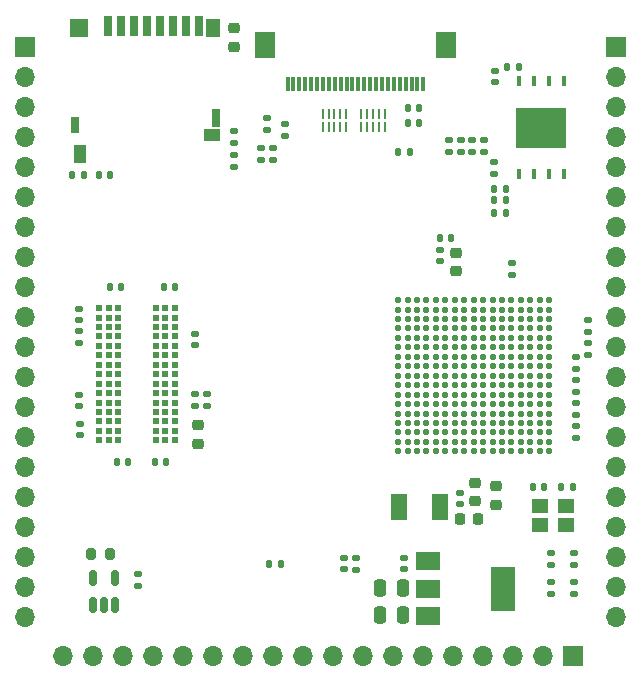
<source format=gbr>
%TF.GenerationSoftware,KiCad,Pcbnew,(7.0.0)*%
%TF.CreationDate,2023-03-20T12:13:36+05:30*%
%TF.ProjectId,IMRT1160_DB,494d5254-3131-4363-905f-44422e6b6963,rev?*%
%TF.SameCoordinates,Original*%
%TF.FileFunction,Soldermask,Top*%
%TF.FilePolarity,Negative*%
%FSLAX46Y46*%
G04 Gerber Fmt 4.6, Leading zero omitted, Abs format (unit mm)*
G04 Created by KiCad (PCBNEW (7.0.0)) date 2023-03-20 12:13:36*
%MOMM*%
%LPD*%
G01*
G04 APERTURE LIST*
G04 Aperture macros list*
%AMRoundRect*
0 Rectangle with rounded corners*
0 $1 Rounding radius*
0 $2 $3 $4 $5 $6 $7 $8 $9 X,Y pos of 4 corners*
0 Add a 4 corners polygon primitive as box body*
4,1,4,$2,$3,$4,$5,$6,$7,$8,$9,$2,$3,0*
0 Add four circle primitives for the rounded corners*
1,1,$1+$1,$2,$3*
1,1,$1+$1,$4,$5*
1,1,$1+$1,$6,$7*
1,1,$1+$1,$8,$9*
0 Add four rect primitives between the rounded corners*
20,1,$1+$1,$2,$3,$4,$5,0*
20,1,$1+$1,$4,$5,$6,$7,0*
20,1,$1+$1,$6,$7,$8,$9,0*
20,1,$1+$1,$8,$9,$2,$3,0*%
G04 Aperture macros list end*
%ADD10RoundRect,0.250000X0.250000X0.475000X-0.250000X0.475000X-0.250000X-0.475000X0.250000X-0.475000X0*%
%ADD11R,1.700000X1.700000*%
%ADD12O,1.700000X1.700000*%
%ADD13RoundRect,0.140000X0.140000X0.170000X-0.140000X0.170000X-0.140000X-0.170000X0.140000X-0.170000X0*%
%ADD14RoundRect,0.135000X0.185000X-0.135000X0.185000X0.135000X-0.185000X0.135000X-0.185000X-0.135000X0*%
%ADD15RoundRect,0.140000X-0.140000X-0.170000X0.140000X-0.170000X0.140000X0.170000X-0.140000X0.170000X0*%
%ADD16RoundRect,0.140000X0.170000X-0.140000X0.170000X0.140000X-0.170000X0.140000X-0.170000X-0.140000X0*%
%ADD17RoundRect,0.135000X0.135000X0.185000X-0.135000X0.185000X-0.135000X-0.185000X0.135000X-0.185000X0*%
%ADD18RoundRect,0.140000X-0.170000X0.140000X-0.170000X-0.140000X0.170000X-0.140000X0.170000X0.140000X0*%
%ADD19RoundRect,0.135000X-0.185000X0.135000X-0.185000X-0.135000X0.185000X-0.135000X0.185000X0.135000X0*%
%ADD20R,1.400000X1.200000*%
%ADD21C,0.606400*%
%ADD22RoundRect,0.135000X-0.135000X-0.185000X0.135000X-0.185000X0.135000X0.185000X-0.135000X0.185000X0*%
%ADD23RoundRect,0.225000X0.250000X-0.225000X0.250000X0.225000X-0.250000X0.225000X-0.250000X-0.225000X0*%
%ADD24RoundRect,0.150000X0.150000X-0.512500X0.150000X0.512500X-0.150000X0.512500X-0.150000X-0.512500X0*%
%ADD25R,0.250000X0.950000*%
%ADD26RoundRect,0.225000X0.225000X0.250000X-0.225000X0.250000X-0.225000X-0.250000X0.225000X-0.250000X0*%
%ADD27RoundRect,0.225000X-0.250000X0.225000X-0.250000X-0.225000X0.250000X-0.225000X0.250000X0.225000X0*%
%ADD28R,0.300000X1.300000*%
%ADD29R,1.800000X2.200000*%
%ADD30R,0.700000X1.750000*%
%ADD31R,1.000000X1.550000*%
%ADD32R,1.450000X1.000000*%
%ADD33R,1.500000X1.500000*%
%ADD34R,1.300000X1.500000*%
%ADD35R,0.800000X1.400000*%
%ADD36R,0.800000X1.500000*%
%ADD37RoundRect,0.200000X-0.200000X-0.275000X0.200000X-0.275000X0.200000X0.275000X-0.200000X0.275000X0*%
%ADD38R,2.000000X1.500000*%
%ADD39R,2.000000X3.800000*%
%ADD40C,0.590000*%
%ADD41R,0.431800X0.863600*%
%ADD42R,4.343400X3.454400*%
%ADD43R,1.437399X2.311400*%
G04 APERTURE END LIST*
D10*
%TO.C,C71*%
X146612500Y-122502500D03*
X144712500Y-122502500D03*
%TD*%
D11*
%TO.C,J5*%
X164624999Y-76679999D03*
D12*
X164624999Y-79219999D03*
X164624999Y-81759999D03*
X164624999Y-84299999D03*
X164624999Y-86839999D03*
X164624999Y-89379999D03*
X164624999Y-91919999D03*
X164624999Y-94459999D03*
X164624999Y-96999999D03*
X164624999Y-99539999D03*
X164624999Y-102079999D03*
X164624999Y-104619999D03*
X164624999Y-107159999D03*
X164624999Y-109699999D03*
X164624999Y-112239999D03*
X164624999Y-114779999D03*
X164624999Y-117319999D03*
X164624999Y-119859999D03*
X164624999Y-122399999D03*
X164624999Y-124939999D03*
%TD*%
D13*
%TO.C,C63*%
X126565000Y-111820000D03*
X125605000Y-111820000D03*
%TD*%
D14*
%TO.C,R25*%
X124200000Y-122335000D03*
X124200000Y-121315000D03*
%TD*%
D10*
%TO.C,C70*%
X146612500Y-124762500D03*
X144712500Y-124762500D03*
%TD*%
D13*
%TO.C,C52*%
X119580000Y-87575000D03*
X118620000Y-87575000D03*
%TD*%
D15*
%TO.C,C11*%
X149770000Y-92900000D03*
X150730000Y-92900000D03*
%TD*%
D14*
%TO.C,R9*%
X159175000Y-120560000D03*
X159175000Y-119540000D03*
%TD*%
D11*
%TO.C,J4*%
X114649999Y-76674999D03*
D12*
X114649999Y-79214999D03*
X114649999Y-81754999D03*
X114649999Y-84294999D03*
X114649999Y-86834999D03*
X114649999Y-89374999D03*
X114649999Y-91914999D03*
X114649999Y-94454999D03*
X114649999Y-96994999D03*
X114649999Y-99534999D03*
X114649999Y-102074999D03*
X114649999Y-104614999D03*
X114649999Y-107154999D03*
X114649999Y-109694999D03*
X114649999Y-112234999D03*
X114649999Y-114774999D03*
X114649999Y-117314999D03*
X114649999Y-119854999D03*
X114649999Y-122394999D03*
X114649999Y-124934999D03*
%TD*%
D16*
%TO.C,C67*%
X129035000Y-101950000D03*
X129035000Y-100990000D03*
%TD*%
D14*
%TO.C,R10*%
X159175000Y-123010000D03*
X159175000Y-121990000D03*
%TD*%
D17*
%TO.C,R15*%
X155350000Y-88700000D03*
X154330000Y-88700000D03*
%TD*%
D18*
%TO.C,C51*%
X151425000Y-114445000D03*
X151425000Y-115405000D03*
%TD*%
%TO.C,C46*%
X161300000Y-106870000D03*
X161300000Y-107830000D03*
%TD*%
D19*
%TO.C,R19*%
X150500000Y-84580000D03*
X150500000Y-85600000D03*
%TD*%
D17*
%TO.C,R17*%
X155360000Y-90750000D03*
X154340000Y-90750000D03*
%TD*%
D20*
%TO.C,Y1*%
X160424999Y-115574999D03*
X158224999Y-115574999D03*
X158224999Y-117174999D03*
X160424999Y-117174999D03*
%TD*%
D19*
%TO.C,R18*%
X162300000Y-101740000D03*
X162300000Y-102760000D03*
%TD*%
D16*
%TO.C,C59*%
X129035000Y-107070000D03*
X129035000Y-106110000D03*
%TD*%
D21*
%TO.C,U3*%
X127310000Y-110019999D03*
X126510000Y-110019999D03*
X125710000Y-110019999D03*
X122510000Y-110019999D03*
X121710000Y-110019999D03*
X120910000Y-110019999D03*
X127310000Y-109219999D03*
X126510000Y-109219999D03*
X125710000Y-109219999D03*
X122510000Y-109219999D03*
X121710000Y-109219999D03*
X120910000Y-109219999D03*
X127310000Y-108420000D03*
X126510000Y-108420000D03*
X125710000Y-108420000D03*
X122510000Y-108420000D03*
X121710000Y-108420000D03*
X120910000Y-108420000D03*
X127310000Y-107620000D03*
X126510000Y-107620000D03*
X125710000Y-107620000D03*
X122510000Y-107620000D03*
X121710000Y-107620000D03*
X120910000Y-107620000D03*
X127310000Y-106820000D03*
X126510000Y-106820000D03*
X125710000Y-106820000D03*
X122510000Y-106820000D03*
X121710000Y-106820000D03*
X120910000Y-106820000D03*
X127310000Y-106020000D03*
X126510000Y-106020000D03*
X125710000Y-106020000D03*
X122510000Y-106020000D03*
X121710000Y-106020000D03*
X120910000Y-106020000D03*
X127310000Y-105220000D03*
X126510000Y-105220000D03*
X125710000Y-105220000D03*
X122510000Y-105220000D03*
X121710000Y-105220000D03*
X120910000Y-105220000D03*
X127310000Y-104420000D03*
X126510000Y-104420000D03*
X125710000Y-104420000D03*
X122510000Y-104420000D03*
X121710000Y-104420000D03*
X120910000Y-104420000D03*
X127310000Y-103620000D03*
X126510000Y-103620000D03*
X125710000Y-103620000D03*
X122510000Y-103620000D03*
X121710000Y-103620000D03*
X120910000Y-103620000D03*
X127310000Y-102820000D03*
X126510000Y-102820000D03*
X125710000Y-102820000D03*
X122510000Y-102820000D03*
X121710000Y-102820000D03*
X120910000Y-102820000D03*
X127310000Y-102020000D03*
X126510000Y-102020000D03*
X125710000Y-102020000D03*
X122510000Y-102020000D03*
X121710000Y-102020000D03*
X120910000Y-102020000D03*
X127310000Y-101220000D03*
X126510000Y-101220000D03*
X125710000Y-101220000D03*
X122510000Y-101220000D03*
X121710000Y-101220000D03*
X120910000Y-101220000D03*
X127310000Y-100420000D03*
X126510000Y-100420000D03*
X125710000Y-100420000D03*
X122510000Y-100420000D03*
X121710000Y-100420000D03*
X120910000Y-100420000D03*
X127310000Y-99620001D03*
X126510000Y-99620001D03*
X125710000Y-99620001D03*
X122510000Y-99620001D03*
X121710000Y-99620001D03*
X120910000Y-99620001D03*
X127310000Y-98820001D03*
X126510000Y-98820001D03*
X125710000Y-98820001D03*
X122510000Y-98820001D03*
X121710000Y-98820001D03*
X120910000Y-98820001D03*
%TD*%
D13*
%TO.C,C73*%
X147975000Y-83125000D03*
X147015000Y-83125000D03*
%TD*%
%TO.C,C65*%
X127340000Y-97045000D03*
X126380000Y-97045000D03*
%TD*%
%TO.C,C64*%
X122765000Y-97070000D03*
X121805000Y-97070000D03*
%TD*%
D17*
%TO.C,R27*%
X147185000Y-85575000D03*
X146165000Y-85575000D03*
%TD*%
D18*
%TO.C,C60*%
X119210000Y-100790000D03*
X119210000Y-101750000D03*
%TD*%
D14*
%TO.C,R4*%
X134582000Y-86310000D03*
X134582000Y-85290000D03*
%TD*%
D22*
%TO.C,R26*%
X135265000Y-120450000D03*
X136285000Y-120450000D03*
%TD*%
D13*
%TO.C,C39*%
X158605000Y-114000000D03*
X157645000Y-114000000D03*
%TD*%
D23*
%TO.C,C1*%
X151075000Y-95700000D03*
X151075000Y-94150000D03*
%TD*%
D19*
%TO.C,FB1*%
X161300000Y-104940000D03*
X161300000Y-105960000D03*
%TD*%
D24*
%TO.C,U5*%
X120350000Y-123975000D03*
X121300000Y-123975000D03*
X122250000Y-123975000D03*
X122250000Y-121700000D03*
X120350000Y-121700000D03*
%TD*%
D14*
%TO.C,R7*%
X132340000Y-86850000D03*
X132340000Y-85830000D03*
%TD*%
D19*
%TO.C,R1*%
X142650000Y-119965000D03*
X142650000Y-120985000D03*
%TD*%
D13*
%TO.C,C38*%
X160980000Y-113975000D03*
X160020000Y-113975000D03*
%TD*%
D19*
%TO.C,FB2*%
X161300000Y-102990000D03*
X161300000Y-104010000D03*
%TD*%
D14*
%TO.C,R11*%
X161100000Y-120560000D03*
X161100000Y-119540000D03*
%TD*%
D19*
%TO.C,R22*%
X155850000Y-94990000D03*
X155850000Y-96010000D03*
%TD*%
D25*
%TO.C,IC2*%
X143099999Y-83449999D03*
X143599999Y-83449999D03*
X144099999Y-83449999D03*
X144599999Y-83449999D03*
X145099999Y-83449999D03*
X145099999Y-82349999D03*
X144599999Y-82349999D03*
X144099999Y-82349999D03*
X143599999Y-82349999D03*
X143099999Y-82349999D03*
%TD*%
D16*
%TO.C,C68*%
X130035000Y-107070000D03*
X130035000Y-106110000D03*
%TD*%
D26*
%TO.C,C47*%
X152975000Y-116650000D03*
X151425000Y-116650000D03*
%TD*%
D16*
%TO.C,C55*%
X154450000Y-79705000D03*
X154450000Y-78745000D03*
%TD*%
D23*
%TO.C,C56*%
X132350000Y-76675000D03*
X132350000Y-75125000D03*
%TD*%
D19*
%TO.C,R21*%
X152500000Y-84590000D03*
X152500000Y-85610000D03*
%TD*%
D27*
%TO.C,C50*%
X154525000Y-113900000D03*
X154525000Y-115450000D03*
%TD*%
D28*
%TO.C,J1*%
X148349999Y-79824999D03*
X147849999Y-79824999D03*
X147349999Y-79824999D03*
X146849999Y-79824999D03*
X146349999Y-79824999D03*
X145849999Y-79824999D03*
X145349999Y-79824999D03*
X144849999Y-79824999D03*
X144349999Y-79824999D03*
X143849999Y-79824999D03*
X143349999Y-79824999D03*
X142849999Y-79824999D03*
X142349999Y-79824999D03*
X141849999Y-79824999D03*
X141349999Y-79824999D03*
X140849999Y-79824999D03*
X140349999Y-79824999D03*
X139849999Y-79824999D03*
X139349999Y-79824999D03*
X138849999Y-79824999D03*
X138349999Y-79824999D03*
X137849999Y-79824999D03*
X137349999Y-79824999D03*
X136849999Y-79824999D03*
D29*
X134949999Y-76574999D03*
X150249999Y-76574999D03*
%TD*%
D13*
%TO.C,C74*%
X147975000Y-81850000D03*
X147015000Y-81850000D03*
%TD*%
D16*
%TO.C,C66*%
X119210000Y-99850000D03*
X119210000Y-98890000D03*
%TD*%
D19*
%TO.C,R3*%
X154375000Y-86415000D03*
X154375000Y-87435000D03*
%TD*%
D30*
%TO.C,J2*%
X121649999Y-74962499D03*
X122749999Y-74962499D03*
X123849999Y-74962499D03*
X124949999Y-74962499D03*
X126049999Y-74962499D03*
X127149999Y-74962499D03*
X128249999Y-74962499D03*
X129349999Y-74962499D03*
D31*
X119274999Y-85762499D03*
D32*
X130474999Y-84187499D03*
D33*
X119199999Y-75087499D03*
D34*
X130549999Y-75087499D03*
D35*
X118874999Y-83337499D03*
D36*
X130799999Y-82687499D03*
%TD*%
D18*
%TO.C,C7*%
X141600000Y-119970000D03*
X141600000Y-120930000D03*
%TD*%
D19*
%TO.C,R6*%
X132350000Y-83845000D03*
X132350000Y-84865000D03*
%TD*%
D37*
%TO.C,R28*%
X120200000Y-119675000D03*
X121850000Y-119675000D03*
%TD*%
D27*
%TO.C,C49*%
X152725000Y-113600000D03*
X152725000Y-115150000D03*
%TD*%
D11*
%TO.C,J3*%
X161024999Y-128249999D03*
D12*
X158484999Y-128249999D03*
X155944999Y-128249999D03*
X153404999Y-128249999D03*
X150864999Y-128249999D03*
X148324999Y-128249999D03*
X145784999Y-128249999D03*
X143244999Y-128249999D03*
X140704999Y-128249999D03*
X138164999Y-128249999D03*
X135624999Y-128249999D03*
X133084999Y-128249999D03*
X130544999Y-128249999D03*
X128004999Y-128249999D03*
X125464999Y-128249999D03*
X122924999Y-128249999D03*
X120384999Y-128249999D03*
X117844999Y-128249999D03*
%TD*%
D18*
%TO.C,C61*%
X119210000Y-106190000D03*
X119210000Y-107150000D03*
%TD*%
D38*
%TO.C,U4*%
X148772499Y-120262499D03*
X148772499Y-122562499D03*
D39*
X155072499Y-122562499D03*
D38*
X148772499Y-124862499D03*
%TD*%
D14*
%TO.C,R8*%
X135125000Y-83760000D03*
X135125000Y-82740000D03*
%TD*%
D23*
%TO.C,C58*%
X129310000Y-110295000D03*
X129310000Y-108745000D03*
%TD*%
D40*
%TO.C,U1*%
X146210000Y-98145000D03*
X147010000Y-98145000D03*
X147810000Y-98145000D03*
X148610000Y-98145000D03*
X149410000Y-98145000D03*
X150210000Y-98145000D03*
X151010000Y-98145000D03*
X151810000Y-98145000D03*
X152610000Y-98145000D03*
X153410000Y-98145000D03*
X154210000Y-98145000D03*
X155010000Y-98145000D03*
X155810000Y-98145000D03*
X156610000Y-98145000D03*
X157410000Y-98145000D03*
X158210000Y-98145000D03*
X159010000Y-98145000D03*
X146210000Y-98945000D03*
X147010000Y-98945000D03*
X147810000Y-98945000D03*
X148610000Y-98945000D03*
X149410000Y-98945000D03*
X150210000Y-98945000D03*
X151010000Y-98945000D03*
X151810000Y-98945000D03*
X152610000Y-98945000D03*
X153410000Y-98945000D03*
X154210000Y-98945000D03*
X155010000Y-98945000D03*
X155810000Y-98945000D03*
X156610000Y-98945000D03*
X157410000Y-98945000D03*
X158210000Y-98945000D03*
X159010000Y-98945000D03*
X146210000Y-99745000D03*
X147010000Y-99745000D03*
X147810000Y-99745000D03*
X148610000Y-99745000D03*
X149410000Y-99745000D03*
X150210000Y-99745000D03*
X151010000Y-99745000D03*
X151810000Y-99745000D03*
X152610000Y-99745000D03*
X153410000Y-99745000D03*
X154210000Y-99745000D03*
X155010000Y-99745000D03*
X155810000Y-99745000D03*
X156610000Y-99745000D03*
X157410000Y-99745000D03*
X158210000Y-99745000D03*
X159010000Y-99745000D03*
X146210000Y-100545000D03*
X147010000Y-100545000D03*
X147810000Y-100545000D03*
X148610000Y-100545000D03*
X149410000Y-100545000D03*
X150210000Y-100545000D03*
X151010000Y-100545000D03*
X151810000Y-100545000D03*
X152610000Y-100545000D03*
X153410000Y-100545000D03*
X154210000Y-100545000D03*
X155010000Y-100545000D03*
X155810000Y-100545000D03*
X156610000Y-100545000D03*
X157410000Y-100545000D03*
X158210000Y-100545000D03*
X159010000Y-100545000D03*
X146210000Y-101345000D03*
X147010000Y-101345000D03*
X147810000Y-101345000D03*
X148610000Y-101345000D03*
X149410000Y-101345000D03*
X150210000Y-101345000D03*
X151010000Y-101345000D03*
X151810000Y-101345000D03*
X152610000Y-101345000D03*
X153410000Y-101345000D03*
X154210000Y-101345000D03*
X155010000Y-101345000D03*
X155810000Y-101345000D03*
X156610000Y-101345000D03*
X157410000Y-101345000D03*
X158210000Y-101345000D03*
X159010000Y-101345000D03*
X146210000Y-102145000D03*
X147010000Y-102145000D03*
X147810000Y-102145000D03*
X148610000Y-102145000D03*
X149410000Y-102145000D03*
X150210000Y-102145000D03*
X151010000Y-102145000D03*
X151810000Y-102145000D03*
X152610000Y-102145000D03*
X153410000Y-102145000D03*
X154210000Y-102145000D03*
X155010000Y-102145000D03*
X155810000Y-102145000D03*
X156610000Y-102145000D03*
X157410000Y-102145000D03*
X158210000Y-102145000D03*
X159010000Y-102145000D03*
X146210000Y-102945000D03*
X147010000Y-102945000D03*
X147810000Y-102945000D03*
X148610000Y-102945000D03*
X149410000Y-102945000D03*
X150210000Y-102945000D03*
X151010000Y-102945000D03*
X151810000Y-102945000D03*
X152610000Y-102945000D03*
X153410000Y-102945000D03*
X154210000Y-102945000D03*
X155010000Y-102945000D03*
X155810000Y-102945000D03*
X156610000Y-102945000D03*
X157410000Y-102945000D03*
X158210000Y-102945000D03*
X159010000Y-102945000D03*
X146210000Y-103745000D03*
X147010000Y-103745000D03*
X147810000Y-103745000D03*
X148610000Y-103745000D03*
X149410000Y-103745000D03*
X150210000Y-103745000D03*
X151010000Y-103745000D03*
X151810000Y-103745000D03*
X152610000Y-103745000D03*
X153410000Y-103745000D03*
X154210000Y-103745000D03*
X155010000Y-103745000D03*
X155810000Y-103745000D03*
X156610000Y-103745000D03*
X157410000Y-103745000D03*
X158210000Y-103745000D03*
X159010000Y-103745000D03*
X146210000Y-104545000D03*
X147010000Y-104545000D03*
X147810000Y-104545000D03*
X148610000Y-104545000D03*
X149410000Y-104545000D03*
X150210000Y-104545000D03*
X151010000Y-104545000D03*
X151810000Y-104545000D03*
X152610000Y-104545000D03*
X153410000Y-104545000D03*
X154210000Y-104545000D03*
X155010000Y-104545000D03*
X155810000Y-104545000D03*
X156610000Y-104545000D03*
X157410000Y-104545000D03*
X158210000Y-104545000D03*
X159010000Y-104545000D03*
X146210000Y-105345000D03*
X147010000Y-105345000D03*
X147810000Y-105345000D03*
X148610000Y-105345000D03*
X149410000Y-105345000D03*
X150210000Y-105345000D03*
X151010000Y-105345000D03*
X151810000Y-105345000D03*
X152610000Y-105345000D03*
X153410000Y-105345000D03*
X154210000Y-105345000D03*
X155010000Y-105345000D03*
X155810000Y-105345000D03*
X156610000Y-105345000D03*
X157410000Y-105345000D03*
X158210000Y-105345000D03*
X159010000Y-105345000D03*
X146210000Y-106145000D03*
X147010000Y-106145000D03*
X147810000Y-106145000D03*
X148610000Y-106145000D03*
X149410000Y-106145000D03*
X150210000Y-106145000D03*
X151010000Y-106145000D03*
X151810000Y-106145000D03*
X152610000Y-106145000D03*
X153410000Y-106145000D03*
X154210000Y-106145000D03*
X155010000Y-106145000D03*
X155810000Y-106145000D03*
X156610000Y-106145000D03*
X157410000Y-106145000D03*
X158210000Y-106145000D03*
X159010000Y-106145000D03*
X146210000Y-106945000D03*
X147010000Y-106945000D03*
X147810000Y-106945000D03*
X148610000Y-106945000D03*
X149410000Y-106945000D03*
X150210000Y-106945000D03*
X151010000Y-106945000D03*
X151810000Y-106945000D03*
X152610000Y-106945000D03*
X153410000Y-106945000D03*
X154210000Y-106945000D03*
X155010000Y-106945000D03*
X155810000Y-106945000D03*
X156610000Y-106945000D03*
X157410000Y-106945000D03*
X158210000Y-106945000D03*
X159010000Y-106945000D03*
X146210000Y-107745000D03*
X147010000Y-107745000D03*
X147810000Y-107745000D03*
X148610000Y-107745000D03*
X149410000Y-107745000D03*
X150210000Y-107745000D03*
X151010000Y-107745000D03*
X151810000Y-107745000D03*
X152610000Y-107745000D03*
X153410000Y-107745000D03*
X154210000Y-107745000D03*
X155010000Y-107745000D03*
X155810000Y-107745000D03*
X156610000Y-107745000D03*
X157410000Y-107745000D03*
X158210000Y-107745000D03*
X159010000Y-107745000D03*
X146210000Y-108545000D03*
X147010000Y-108545000D03*
X147810000Y-108545000D03*
X148610000Y-108545000D03*
X149410000Y-108545000D03*
X150210000Y-108545000D03*
X151010000Y-108545000D03*
X151810000Y-108545000D03*
X152610000Y-108545000D03*
X153410000Y-108545000D03*
X154210000Y-108545000D03*
X155010000Y-108545000D03*
X155810000Y-108545000D03*
X156610000Y-108545000D03*
X157410000Y-108545000D03*
X158210000Y-108545000D03*
X159010000Y-108545000D03*
X146210000Y-109345000D03*
X147010000Y-109345000D03*
X147810000Y-109345000D03*
X148610000Y-109345000D03*
X149410000Y-109345000D03*
X150210000Y-109345000D03*
X151010000Y-109345000D03*
X151810000Y-109345000D03*
X152610000Y-109345000D03*
X153410000Y-109345000D03*
X154210000Y-109345000D03*
X155010000Y-109345000D03*
X155810000Y-109345000D03*
X156610000Y-109345000D03*
X157410000Y-109345000D03*
X158210000Y-109345000D03*
X159010000Y-109345000D03*
X146210000Y-110145000D03*
X147010000Y-110145000D03*
X147810000Y-110145000D03*
X148610000Y-110145000D03*
X149410000Y-110145000D03*
X150210000Y-110145000D03*
X151010000Y-110145000D03*
X151810000Y-110145000D03*
X152610000Y-110145000D03*
X153410000Y-110145000D03*
X154210000Y-110145000D03*
X155010000Y-110145000D03*
X155810000Y-110145000D03*
X156610000Y-110145000D03*
X157410000Y-110145000D03*
X158210000Y-110145000D03*
X159010000Y-110145000D03*
X146210000Y-110945000D03*
X147010000Y-110945000D03*
X147810000Y-110945000D03*
X148610000Y-110945000D03*
X149410000Y-110945000D03*
X150210000Y-110945000D03*
X151010000Y-110945000D03*
X151810000Y-110945000D03*
X152610000Y-110945000D03*
X153410000Y-110945000D03*
X154210000Y-110945000D03*
X155010000Y-110945000D03*
X155810000Y-110945000D03*
X156610000Y-110945000D03*
X157410000Y-110945000D03*
X158210000Y-110945000D03*
X159010000Y-110945000D03*
%TD*%
D18*
%TO.C,C62*%
X119260000Y-108590000D03*
X119260000Y-109550000D03*
%TD*%
D14*
%TO.C,R5*%
X136650000Y-84260000D03*
X136650000Y-83240000D03*
%TD*%
D16*
%TO.C,C21*%
X161300000Y-109800000D03*
X161300000Y-108840000D03*
%TD*%
D14*
%TO.C,R23*%
X162275000Y-100810000D03*
X162275000Y-99790000D03*
%TD*%
D41*
%TO.C,U2*%
X156444999Y-87474299D03*
X157714999Y-87474299D03*
X158984999Y-87474299D03*
X160254999Y-87474299D03*
X160254999Y-79625699D03*
X158984999Y-79625699D03*
X157714999Y-79625699D03*
X156444999Y-79625699D03*
D42*
X158349999Y-83549999D03*
%TD*%
D15*
%TO.C,C54*%
X120895000Y-87575000D03*
X121855000Y-87575000D03*
%TD*%
D17*
%TO.C,R14*%
X155350000Y-89700000D03*
X154330000Y-89700000D03*
%TD*%
D19*
%TO.C,R20*%
X153505750Y-84585750D03*
X153505750Y-85605750D03*
%TD*%
D13*
%TO.C,C57*%
X123365000Y-111820000D03*
X122405000Y-111820000D03*
%TD*%
D25*
%TO.C,IC1*%
X139824999Y-83449999D03*
X140324999Y-83449999D03*
X140824999Y-83449999D03*
X141324999Y-83449999D03*
X141824999Y-83449999D03*
X141824999Y-82349999D03*
X141324999Y-82349999D03*
X140824999Y-82349999D03*
X140324999Y-82349999D03*
X139824999Y-82349999D03*
%TD*%
D43*
%TO.C,L1*%
X149721998Y-115699999D03*
X146278000Y-115699999D03*
%TD*%
D18*
%TO.C,C10*%
X149800000Y-93870000D03*
X149800000Y-94830000D03*
%TD*%
D16*
%TO.C,C72*%
X146675000Y-120930000D03*
X146675000Y-119970000D03*
%TD*%
D14*
%TO.C,R12*%
X161100000Y-123010000D03*
X161100000Y-121990000D03*
%TD*%
D19*
%TO.C,R24*%
X151500000Y-84580000D03*
X151500000Y-85600000D03*
%TD*%
D13*
%TO.C,C53*%
X156435000Y-78375000D03*
X155475000Y-78375000D03*
%TD*%
D14*
%TO.C,R2*%
X135625000Y-86310000D03*
X135625000Y-85290000D03*
%TD*%
M02*

</source>
